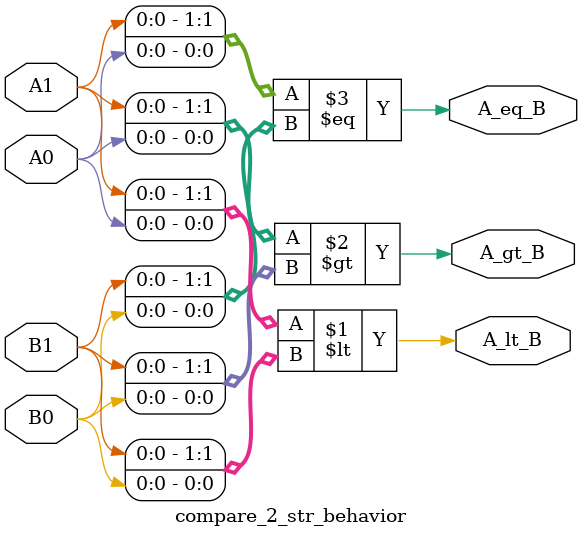
<source format=v>
module compare_2_str_structural(A1,B1,A0,B0,A_lt_B,A_gt_B,A_eq_B);
input A1, B1, A0, B0;
output A_lt_B, A_gt_B, A_eq_B;
wire lt_1, lt_2, lt_3, gt_1, gt_2, gt_3, eq_1, eq_2, eq_3, eq_4;
wire A1_, B1_, A0_, B0_;

not(A1_, A1);
not(B1_, B1);
not(A0_, A0);
not(B0_, B0);

and(lt_1, A1_, B1);
and(lt_2, A1_, A0_, B0);
and(lt_3, A0_, B1, B1);
and(gt_1, A1, B1_);
and(gt_2, A0, B1_, B0_);
and(gt_3, A1, A0, B0_);
and(eq_1, A1_, A0_, B1_, B0_);
and(eq_2, A1_, A0, B1_, B0);
and(eq_3, A1, A0, B1, B0);
and(eq_4, A1, A0_, B1, B0_);

or(A_lt_B, lt_1, lt_2, lt_3);
or(A_gt_B, gt_1, gt_2, gt_3);
or(A_eq_B, eq_1, eq_2, eq_3, eq_4);

endmodule

module compare_2_str_RTL(A1,B1,A0,B0,A_lt_B,A_gt_B,A_eq_B);
input A1, B1, A0, B0;
output A_lt_B, A_gt_B, A_eq_B;

assign A_lt_B = (~A1&B1)|(~A1&~A0&B0)|(~A0&B1&B0);
assign A_gt_B = (~B1&A1)|(~B1&~B0&A0)|(~B0&A1&A0);
assign A_eq_B = (~A1&~A0&~B1&~B0)|(~A1&A0&~B1&B0)|(A1&A0&B1&B0)|(A1&~A0&B1&~B0);

endmodule

module compare_2_str_behavior(A1,B1,A0,B0,A_lt_B,A_gt_B,A_eq_B);
input A1, B1, A0, B0;
output A_lt_B, A_gt_B, A_eq_B;

assign A_lt_B = {A1,A0}<{B1,B0};
assign A_gt_B = {A1,A0}>{B1,B0};
assign A_eq_B = {A1,A0}=={B1,B0};

endmodule

</source>
